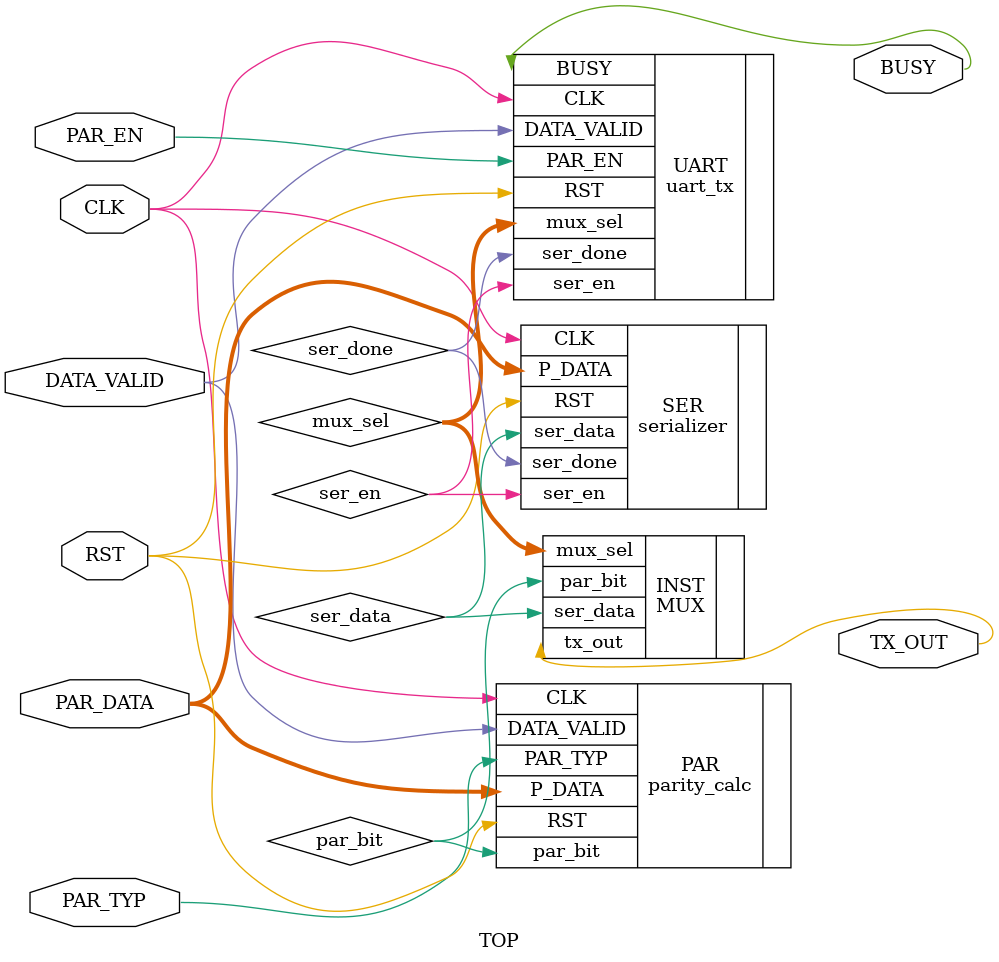
<source format=v>

module TOP(
  input CLK,RST,
  input [7:0] PAR_DATA,
  input DATA_VALID,PAR_EN,PAR_TYP,
  output wire TX_OUT,BUSY
  );
  
  wire ser_en,ser_done,ser_data;
  wire [1:0] mux_sel;
  wire par_bit;
  
  serializer SER(
  .CLK(CLK),
  .RST(RST),
  .P_DATA(PAR_DATA),
  .ser_en(ser_en),
  .ser_done(ser_done),
  .ser_data(ser_data)
  );
  
  uart_tx UART(
  .CLK(CLK),
  .RST(RST),
  .ser_done(ser_done),
  .PAR_EN(PAR_EN),
  .DATA_VALID(DATA_VALID),
  .mux_sel(mux_sel),
  .ser_en(ser_en),
  .BUSY(BUSY)
  );
  
  parity_calc PAR(
  .CLK(CLK),
  .RST(RST),
  .DATA_VALID(DATA_VALID),
  .P_DATA(PAR_DATA),
  .PAR_TYP(PAR_TYP),
  .par_bit(par_bit)
  );
  
  MUX INST(
  .mux_sel(mux_sel),
  .ser_data(ser_data),
  .par_bit(par_bit),
  .tx_out(TX_OUT)
  );
  
endmodule

</source>
